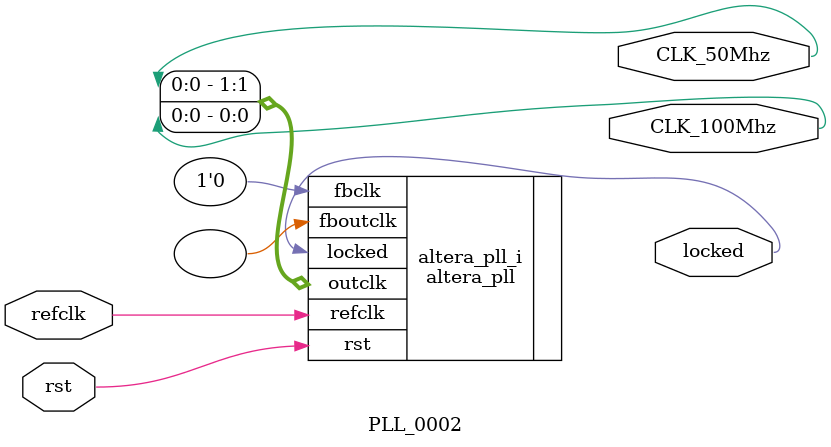
<source format=v>
`timescale 1ns/10ps
module  PLL_0002(

	// interface 'refclk'
	input wire refclk,

	// interface 'reset'
	input wire rst,

	// interface 'outclk0'
	output wire CLK_50Mhz,

	// interface 'outclk1'
	output wire CLK_100Mhz,

	// interface 'locked'
	output wire locked
);

	altera_pll #(
		.fractional_vco_multiplier("false"),
		.reference_clock_frequency("50.0 MHz"),
		.operation_mode("direct"),
		.number_of_clocks(2),
		.output_clock_frequency0("100.000000 MHz"),
		.phase_shift0("0 ps"),
		.duty_cycle0(50),
		.output_clock_frequency1("50.000000 MHz"),
		.phase_shift1("0 ps"),
		.duty_cycle1(50),
		.output_clock_frequency2("0 MHz"),
		.phase_shift2("0 ps"),
		.duty_cycle2(50),
		.output_clock_frequency3("0 MHz"),
		.phase_shift3("0 ps"),
		.duty_cycle3(50),
		.output_clock_frequency4("0 MHz"),
		.phase_shift4("0 ps"),
		.duty_cycle4(50),
		.output_clock_frequency5("0 MHz"),
		.phase_shift5("0 ps"),
		.duty_cycle5(50),
		.output_clock_frequency6("0 MHz"),
		.phase_shift6("0 ps"),
		.duty_cycle6(50),
		.output_clock_frequency7("0 MHz"),
		.phase_shift7("0 ps"),
		.duty_cycle7(50),
		.output_clock_frequency8("0 MHz"),
		.phase_shift8("0 ps"),
		.duty_cycle8(50),
		.output_clock_frequency9("0 MHz"),
		.phase_shift9("0 ps"),
		.duty_cycle9(50),
		.output_clock_frequency10("0 MHz"),
		.phase_shift10("0 ps"),
		.duty_cycle10(50),
		.output_clock_frequency11("0 MHz"),
		.phase_shift11("0 ps"),
		.duty_cycle11(50),
		.output_clock_frequency12("0 MHz"),
		.phase_shift12("0 ps"),
		.duty_cycle12(50),
		.output_clock_frequency13("0 MHz"),
		.phase_shift13("0 ps"),
		.duty_cycle13(50),
		.output_clock_frequency14("0 MHz"),
		.phase_shift14("0 ps"),
		.duty_cycle14(50),
		.output_clock_frequency15("0 MHz"),
		.phase_shift15("0 ps"),
		.duty_cycle15(50),
		.output_clock_frequency16("0 MHz"),
		.phase_shift16("0 ps"),
		.duty_cycle16(50),
		.output_clock_frequency17("0 MHz"),
		.phase_shift17("0 ps"),
		.duty_cycle17(50),
		.pll_type("General"),
		.pll_subtype("General")
	) altera_pll_i (
		.rst	(rst),
		.outclk	({CLK_50Mhz, CLK_100Mhz}),
		.locked	(locked),
		.fboutclk	( ),
		.fbclk	(1'b0),
		.refclk	(refclk)
	);
endmodule


</source>
